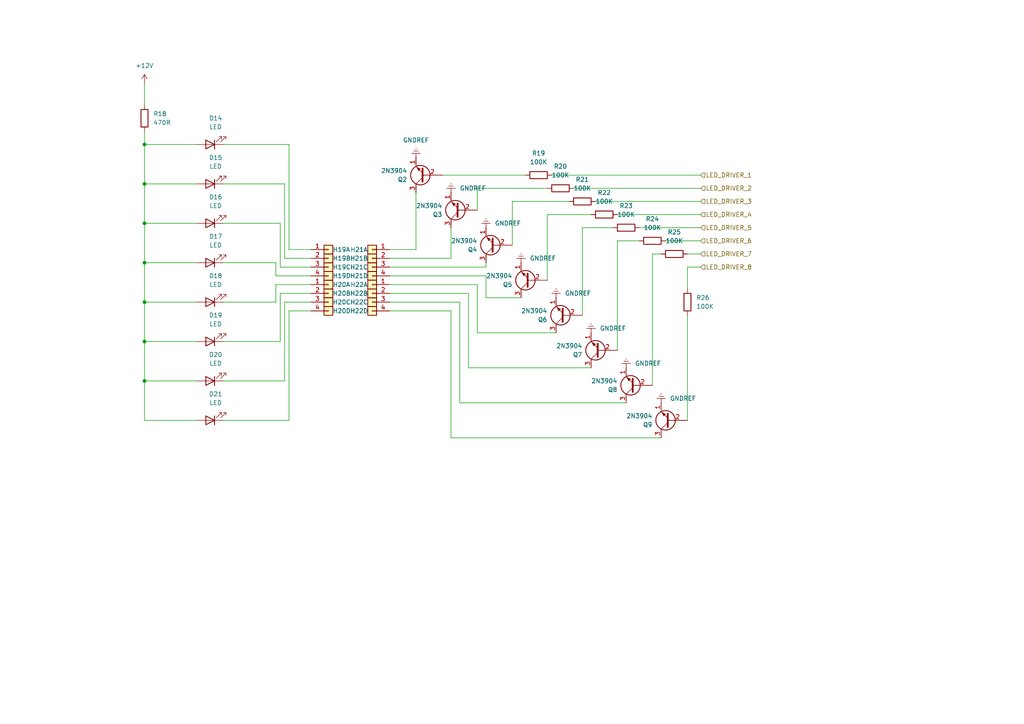
<source format=kicad_sch>
(kicad_sch (version 20231120) (generator "eeschema") (generator_version "8.0")
  (paper "A4")
  (lib_symbols
    (symbol "Device:LED" (pin_numbers hide) (pin_names (offset 1.016) hide)
      (property "Reference" "D" (at 0 2.54 0))
      (property "Value" "LED" (at 0 -2.54 0))
      (symbol "LED_0_1"
        (polyline (pts (xy -1.27 -1.27) (xy -1.27 1.27)) (stroke (width 0.254)))
        (polyline (pts (xy -1.27 0) (xy 1.27 0)))
        (polyline (pts (xy 1.27 -1.27) (xy 1.27 1.27) (xy -1.27 0) (xy 1.27 -1.27)) (stroke (width 0.254)))
        (polyline (pts (xy -3.048 -0.762) (xy -4.572 -2.286) (xy -3.81 -2.286) (xy -4.572 -2.286) (xy -4.572 -1.524)))
        (polyline (pts (xy -1.778 -0.762) (xy -3.302 -2.286) (xy -2.54 -2.286) (xy -3.302 -2.286) (xy -3.302 -1.524)))
      )
      (symbol "LED_1_1"
        (pin passive line (at -3.81 0 0) (length 2.54) (name "K") (number "1"))
        (pin passive line (at 3.81 0 180) (length 2.54) (name "A") (number "2"))
      )
    )
    (symbol "Transistor_BJT:2N3904" (pin_names (offset 0) hide)
      (property "Reference" "Q" (at 5.08 1.905 0))
      (property "Value" "2N3904" (at 5.08 0 0))
      (symbol "2N3904_0_1"
        (polyline (pts (xy 0.635 0.635) (xy 2.54 2.54)))
        (polyline (pts (xy 0.635 -0.635) (xy 2.54 -2.54) (xy 2.54 -2.54)))
        (polyline (pts (xy 0.635 1.905) (xy 0.635 -1.905) (xy 0.635 -1.905)) (stroke (width 0.508)))
        (polyline (pts (xy 1.27 -1.778) (xy 1.778 -1.27) (xy 2.286 -2.286) (xy 1.27 -1.778) (xy 1.27 -1.778)) (fill (type outline)))
        (circle (center 1.27 0) (radius 2.8194) (stroke (width 0.254)))
      )
      (symbol "2N3904_1_1"
        (pin passive line (at 2.54 -5.08 90) (length 2.54) (name "E") (number "1"))
        (pin passive line (at -5.08 0 0) (length 5.715) (name "B") (number "2"))
        (pin passive line (at 2.54 5.08 270) (length 2.54) (name "C") (number "3"))
      )
    )
    (symbol "power:+12V" (power) (pin_numbers hide) (pin_names (offset 0) hide)
      (property "Value" "+12V" (at 0 3.556 0))
      (symbol "+12V_0_1"
        (polyline (pts (xy -0.762 1.27) (xy 0 2.54)))
        (polyline (pts (xy 0 0) (xy 0 2.54)))
        (polyline (pts (xy 0 2.54) (xy 0.762 1.27)))
      )
      (symbol "+12V_1_1"
        (pin power_in line (at 0 0 90) (length 0) (name "~") (number "1"))
      )
    )
    (symbol "power:GNDREF" (power) (pin_numbers hide) (pin_names (offset 0) hide)
      (property "Value" "GNDREF" (at 0 -3.81 0))
      (symbol "GNDREF_0_1"
        (polyline (pts (xy -0.635 -1.905) (xy 0.635 -1.905)))
        (polyline (pts (xy -0.127 -2.54) (xy 0.127 -2.54)))
        (polyline (pts (xy 0 -1.27) (xy 0 0)))
        (polyline (pts (xy 1.27 -1.27) (xy -1.27 -1.27)))
      )
      (symbol "GNDREF_1_1"
        (pin power_in line (at 0 0 270) (length 0) (name "~") (number "1"))
      )
    )
    (symbol "synth:PinHeader_01x04" (pin_names (offset 1.016) hide)
      (property "Reference" "H" (at 0 2.54 0))
      (property "Value" "PinHeader_01x04" (at 0 -2.54 0))
      (symbol "PinHeader_01x04_1_1"
        (rectangle (start -1.27 0.127) (end 0 -0.127) (stroke (width 0.1524)))
        (rectangle (start -1.27 1.27) (end 1.27 -1.27) (stroke (width 0.254)) (fill (type background)))
        (pin passive line (at -5.08 0 0) (length 3.81) (name "Pin_1") (number "1"))
      )
      (symbol "PinHeader_01x04_2_1"
        (rectangle (start -1.27 0.127) (end 0 -0.127) (stroke (width 0.1524)))
        (rectangle (start -1.27 1.27) (end 1.27 -1.27) (stroke (width 0.254)) (fill (type background)))
        (pin passive line (at -5.08 0 0) (length 3.81) (name "Pin_2") (number "2"))
      )
      (symbol "PinHeader_01x04_3_1"
        (rectangle (start -1.27 0.127) (end 0 -0.127) (stroke (width 0.1524)))
        (rectangle (start -1.27 1.27) (end 1.27 -1.27) (stroke (width 0.254)) (fill (type background)))
        (pin passive line (at -5.08 0 0) (length 3.81) (name "Pin_3") (number "3"))
      )
      (symbol "PinHeader_01x04_4_1"
        (rectangle (start -1.27 0.127) (end 0 -0.127) (stroke (width 0.1524)))
        (rectangle (start -1.27 1.27) (end 1.27 -1.27) (stroke (width 0.254)) (fill (type background)))
        (pin passive line (at -5.08 0 0) (length 3.81) (name "Pin_4") (number "4"))
      )
    )
    (symbol "synth:PinSocket_01x04" (pin_names (offset 1.016) hide)
      (property "Reference" "H" (at 0 2.54 0))
      (property "Value" "PinSocket_01x04" (at 0 -2.54 0))
      (symbol "PinSocket_01x04_1_1"
        (rectangle (start -1.27 0.127) (end 0 -0.127) (stroke (width 0.1524)))
        (rectangle (start -1.27 1.27) (end 1.27 -1.27) (stroke (width 0.254)) (fill (type background)))
        (pin passive line (at -5.08 0 0) (length 3.81) (name "Pin_1") (number "1"))
      )
      (symbol "PinSocket_01x04_2_1"
        (rectangle (start -1.27 0.127) (end 0 -0.127) (stroke (width 0.1524)))
        (rectangle (start -1.27 1.27) (end 1.27 -1.27) (stroke (width 0.254)) (fill (type background)))
        (pin passive line (at -5.08 0 0) (length 3.81) (name "Pin_2") (number "2"))
      )
      (symbol "PinSocket_01x04_3_1"
        (rectangle (start -1.27 0.127) (end 0 -0.127) (stroke (width 0.1524)))
        (rectangle (start -1.27 1.27) (end 1.27 -1.27) (stroke (width 0.254)) (fill (type background)))
        (pin passive line (at -5.08 0 0) (length 3.81) (name "Pin_3") (number "3"))
      )
      (symbol "PinSocket_01x04_4_1"
        (rectangle (start -1.27 0.127) (end 0 -0.127) (stroke (width 0.1524)))
        (rectangle (start -1.27 1.27) (end 1.27 -1.27) (stroke (width 0.254)) (fill (type background)))
        (pin passive line (at -5.08 0 0) (length 3.81) (name "Pin_4") (number "4"))
      )
    )
    (symbol "synth:R_Default" (pin_numbers hide) (pin_names (offset 0))
      (property "Reference" "R" (at -2.032 0 90))
      (property "Value" "R1" (at 2.032 0 90))
      (symbol "R_Default_0_1"
        (rectangle (start 1.016 -2.54) (end -1.016 2.54) (stroke (width 0.254)))
      )
      (symbol "R_Default_1_1"
        (pin passive line (at 0 -3.81 90) (length 1.27) (name "~") (number "1"))
        (pin passive line (at 0 3.81 270) (length 1.27) (name "~") (number "2"))
      )
    )
  )
  (junction (at 41.91 53.34))
  (junction (at 41.91 87.63))
  (junction (at 41.91 64.77))
  (junction (at 41.91 41.91))
  (junction (at 41.91 110.49))
  (junction (at 41.91 99.06))
  (junction (at 41.91 76.2))
  (wire (pts (xy 41.91 76.2) (xy 57.15 76.2)))
  (wire (pts (xy 83.82 90.17) (xy 83.82 121.92)))
  (wire (pts (xy 113.03 85.09) (xy 135.89 85.09)))
  (wire (pts (xy 80.01 80.01) (xy 80.01 76.2)))
  (wire (pts (xy 41.91 76.2) (xy 41.91 87.63)))
  (wire (pts (xy 199.39 77.47) (xy 203.2 77.47)))
  (wire (pts (xy 133.35 116.84) (xy 133.35 87.63)))
  (wire (pts (xy 80.01 80.01) (xy 90.17 80.01)))
  (wire (pts (xy 41.91 121.92) (xy 57.15 121.92)))
  (wire (pts (xy 81.28 77.47) (xy 81.28 64.77)))
  (wire (pts (xy 191.77 127) (xy 130.81 127)))
  (wire (pts (xy 113.03 82.55) (xy 138.43 82.55)))
  (wire (pts (xy 199.39 121.92) (xy 199.39 91.44)))
  (wire (pts (xy 41.91 53.34) (xy 57.15 53.34)))
  (wire (pts (xy 82.55 87.63) (xy 90.17 87.63)))
  (wire (pts (xy 158.75 81.28) (xy 158.75 62.23)))
  (wire (pts (xy 113.03 72.39) (xy 120.65 72.39)))
  (wire (pts (xy 113.03 74.93) (xy 130.81 74.93)))
  (wire (pts (xy 64.77 76.2) (xy 80.01 76.2)))
  (wire (pts (xy 130.81 66.04) (xy 130.81 74.93)))
  (wire (pts (xy 82.55 74.93) (xy 82.55 53.34)))
  (wire (pts (xy 172.72 58.42) (xy 203.2 58.42)))
  (wire (pts (xy 148.59 58.42) (xy 165.1 58.42)))
  (wire (pts (xy 193.04 69.85) (xy 203.2 69.85)))
  (wire (pts (xy 168.91 91.44) (xy 168.91 66.04)))
  (wire (pts (xy 64.77 110.49) (xy 82.55 110.49)))
  (wire (pts (xy 81.28 85.09) (xy 81.28 99.06)))
  (wire (pts (xy 41.91 121.92) (xy 41.91 110.49)))
  (wire (pts (xy 161.29 96.52) (xy 138.43 96.52)))
  (wire (pts (xy 199.39 83.82) (xy 199.39 77.47)))
  (wire (pts (xy 81.28 64.77) (xy 64.77 64.77)))
  (wire (pts (xy 179.07 69.85) (xy 185.42 69.85)))
  (wire (pts (xy 41.91 87.63) (xy 41.91 99.06)))
  (wire (pts (xy 189.23 73.66) (xy 191.77 73.66)))
  (wire (pts (xy 140.97 86.36) (xy 140.97 80.01)))
  (wire (pts (xy 189.23 111.76) (xy 189.23 73.66)))
  (wire (pts (xy 83.82 90.17) (xy 90.17 90.17)))
  (wire (pts (xy 41.91 87.63) (xy 57.15 87.63)))
  (wire (pts (xy 82.55 87.63) (xy 82.55 110.49)))
  (wire (pts (xy 160.02 50.8) (xy 203.2 50.8)))
  (wire (pts (xy 179.07 62.23) (xy 203.2 62.23)))
  (wire (pts (xy 41.91 53.34) (xy 41.91 41.91)))
  (wire (pts (xy 41.91 24.13) (xy 41.91 30.48)))
  (wire (pts (xy 179.07 101.6) (xy 179.07 69.85)))
  (wire (pts (xy 138.43 54.61) (xy 158.75 54.61)))
  (wire (pts (xy 130.81 127) (xy 130.81 90.17)))
  (wire (pts (xy 64.77 41.91) (xy 83.82 41.91)))
  (wire (pts (xy 83.82 41.91) (xy 83.82 72.39)))
  (wire (pts (xy 41.91 38.1) (xy 41.91 41.91)))
  (wire (pts (xy 41.91 76.2) (xy 41.91 64.77)))
  (wire (pts (xy 82.55 53.34) (xy 64.77 53.34)))
  (wire (pts (xy 168.91 66.04) (xy 177.8 66.04)))
  (wire (pts (xy 138.43 96.52) (xy 138.43 82.55)))
  (wire (pts (xy 80.01 82.55) (xy 90.17 82.55)))
  (wire (pts (xy 80.01 87.63) (xy 64.77 87.63)))
  (wire (pts (xy 41.91 64.77) (xy 57.15 64.77)))
  (wire (pts (xy 128.27 50.8) (xy 152.4 50.8)))
  (wire (pts (xy 113.03 87.63) (xy 133.35 87.63)))
  (wire (pts (xy 140.97 76.2) (xy 140.97 77.47)))
  (wire (pts (xy 113.03 80.01) (xy 140.97 80.01)))
  (wire (pts (xy 135.89 106.68) (xy 135.89 85.09)))
  (wire (pts (xy 81.28 99.06) (xy 64.77 99.06)))
  (wire (pts (xy 185.42 66.04) (xy 203.2 66.04)))
  (wire (pts (xy 41.91 110.49) (xy 57.15 110.49)))
  (wire (pts (xy 41.91 99.06) (xy 57.15 99.06)))
  (wire (pts (xy 82.55 74.93) (xy 90.17 74.93)))
  (wire (pts (xy 166.37 54.61) (xy 203.2 54.61)))
  (wire (pts (xy 113.03 77.47) (xy 140.97 77.47)))
  (wire (pts (xy 113.03 90.17) (xy 130.81 90.17)))
  (wire (pts (xy 151.13 86.36) (xy 140.97 86.36)))
  (wire (pts (xy 199.39 73.66) (xy 203.2 73.66)))
  (wire (pts (xy 138.43 60.96) (xy 138.43 54.61)))
  (wire (pts (xy 171.45 106.68) (xy 135.89 106.68)))
  (wire (pts (xy 41.91 110.49) (xy 41.91 99.06)))
  (wire (pts (xy 83.82 72.39) (xy 90.17 72.39)))
  (wire (pts (xy 158.75 62.23) (xy 171.45 62.23)))
  (wire (pts (xy 81.28 85.09) (xy 90.17 85.09)))
  (wire (pts (xy 80.01 82.55) (xy 80.01 87.63)))
  (wire (pts (xy 83.82 121.92) (xy 64.77 121.92)))
  (wire (pts (xy 181.61 116.84) (xy 133.35 116.84)))
  (wire (pts (xy 41.91 41.91) (xy 57.15 41.91)))
  (wire (pts (xy 41.91 53.34) (xy 41.91 64.77)))
  (wire (pts (xy 148.59 71.12) (xy 148.59 58.42)))
  (wire (pts (xy 120.65 55.88) (xy 120.65 72.39)))
  (wire (pts (xy 81.28 77.47) (xy 90.17 77.47)))
  (hierarchical_label "LED_DRIVER_5" (shape input) (at 203.2 66.04 0))
  (hierarchical_label "LED_DRIVER_7" (shape input) (at 203.2 73.66 0))
  (hierarchical_label "LED_DRIVER_3" (shape input) (at 203.2 58.42 0))
  (hierarchical_label "LED_DRIVER_1" (shape input) (at 203.2 50.8 0))
  (hierarchical_label "LED_DRIVER_6" (shape input) (at 203.2 69.85 0))
  (hierarchical_label "LED_DRIVER_8" (shape input) (at 203.2 77.47 0))
  (hierarchical_label "LED_DRIVER_2" (shape input) (at 203.2 54.61 0))
  (hierarchical_label "LED_DRIVER_4" (shape input) (at 203.2 62.23 0))
  (symbol (lib_id "synth:R_Default") (at 189.23 69.85 270) (unit 1)
    (property "Reference" "R24" (at 189.23 63.5 90))
    (property "Value" "100K" (at 189.23 66.04 90))
    (property "Footprint" "Synth:R_Default (DIN0207)" (effects (hide yes)))
    (property "Description" "Resistor" (effects (hide yes)))
  )
  (symbol (lib_id "synth:PinSocket_01x04") (at 107.95 77.47 180) (unit 3)
    (property "Reference" "H21" (at 104.14 77.47 0))
    (property "Value" "PinSocket_1x04" (effects (hide yes)))
    (property "Footprint" "Synth:PinSocket_1x04_P2.54mm_Vertical" (effects (hide yes)))
    (property "Description" "Generic connector, single row, 01x01, script generated (kicad-library-utils/schlib/autogen/connector/)" (effects (hide yes)))
  )
  (symbol (lib_id "power:GNDREF") (at 161.29 86.36 180) (unit 1)
    (property "Reference" "#PWR038" (effects (hide yes)))
    (property "Value" "GNDREF" (at 163.83 85.09 0) (effects (justify right)))
    (property "Description" "Power symbol creates a global label with name \"GNDREF\" , reference supply ground" (effects (hide yes)))
  )
  (symbol (lib_id "power:GNDREF") (at 181.61 106.68 180) (unit 1)
    (property "Reference" "#PWR040" (effects (hide yes)))
    (property "Value" "GNDREF" (at 184.15 105.41 0) (effects (justify right)))
    (property "Description" "Power symbol creates a global label with name \"GNDREF\" , reference supply ground" (effects (hide yes)))
  )
  (symbol (lib_id "synth:PinSocket_01x04") (at 107.95 85.09 180) (unit 2)
    (property "Reference" "H22" (at 104.14 85.09 0))
    (property "Value" "PinSocket_1x04" (effects (hide yes)))
    (property "Footprint" "Synth:PinSocket_1x04_P2.54mm_Vertical" (effects (hide yes)))
    (property "Description" "Generic connector, single row, 01x01, script generated (kicad-library-utils/schlib/autogen/connector/)" (effects (hide yes)))
  )
  (symbol (lib_id "synth:R_Default") (at 195.58 73.66 270) (unit 1)
    (property "Reference" "R25" (at 195.58 67.31 90))
    (property "Value" "100K" (at 195.58 69.85 90))
    (property "Footprint" "Synth:R_Default (DIN0207)" (effects (hide yes)))
    (property "Description" "Resistor" (effects (hide yes)))
  )
  (symbol (lib_id "Transistor_BJT:2N3904") (at 184.15 111.76 180) (unit 1)
    (property "Reference" "Q8" (at 179.07 113.03 0) (effects (justify left)))
    (property "Value" "2N3904" (at 179.07 110.49 0) (effects (justify left)))
    (property "Footprint" "Package_TO_SOT_THT:TO-92_HandSolder" (effects (hide yes)))
    (property "Datasheet" "https://www.onsemi.com/pub/Collateral/2N3903-D.PDF" (effects (hide yes)))
    (property "Description" "0.2A Ic, 40V Vce, Small Signal NPN Transistor, TO-92" (effects (hide yes)))
  )
  (symbol (lib_id "synth:PinSocket_01x04") (at 107.95 82.55 180) (unit 1)
    (property "Reference" "H22" (at 104.14 82.55 0))
    (property "Value" "PinSocket_1x04" (effects (hide yes)))
    (property "Footprint" "Synth:PinSocket_1x04_P2.54mm_Vertical" (effects (hide yes)))
    (property "Description" "Generic connector, single row, 01x01, script generated (kicad-library-utils/schlib/autogen/connector/)" (effects (hide yes)))
  )
  (symbol (lib_id "synth:R_Default") (at 199.39 87.63 0) (unit 1)
    (property "Reference" "R26" (at 201.93 86.3599 0) (effects (justify left)))
    (property "Value" "100K" (at 201.93 88.8999 0) (effects (justify left)))
    (property "Footprint" "Synth:R_Default (DIN0207)" (effects (hide yes)))
    (property "Description" "Resistor" (effects (hide yes)))
  )
  (symbol (lib_id "power:+12V") (at 41.91 24.13 0) (unit 1)
    (property "Reference" "#PWR033" (effects (hide yes)))
    (property "Value" "+12V" (at 41.91 19.05 0))
    (property "Description" "Power symbol creates a global label with name \"+12V\"" (effects (hide yes)))
  )
  (symbol (lib_id "synth:R_Default") (at 41.91 34.29 0) (unit 1)
    (property "Reference" "R18" (at 44.45 33.0199 0) (effects (justify left)))
    (property "Value" "470R" (at 44.45 35.5599 0) (effects (justify left)))
    (property "Footprint" "Synth:R_Default (DIN0207)" (effects (hide yes)))
    (property "Description" "Resistor" (effects (hide yes)))
  )
  (symbol (lib_id "synth:PinHeader_01x04") (at 95.25 85.09 0) (unit 2)
    (property "Reference" "H20" (at 96.52 85.09 0) (effects (justify left)))
    (property "Value" "PinHeader_1x04" (effects (hide yes)))
    (property "Footprint" "Synth:PinHeader_1x04_P2.54mm_Vertical" (effects (hide yes)))
    (property "Description" "Generic connector, single row, 01x01, script generated (kicad-library-utils/schlib/autogen/connector/)" (effects (hide yes)))
  )
  (symbol (lib_id "Device:LED") (at 60.96 76.2 180) (unit 1)
    (property "Reference" "D17" (at 62.5475 68.58 0))
    (property "Value" "LED" (at 62.5475 71.12 0))
    (property "Footprint" "LED_THT:LED_D3.0mm" (effects (hide yes)))
    (property "Description" "Light emitting diode" (effects (hide yes)))
  )
  (symbol (lib_id "Transistor_BJT:2N3904") (at 123.19 50.8 180) (unit 1)
    (property "Reference" "Q2" (at 118.11 52.07 0) (effects (justify left)))
    (property "Value" "2N3904" (at 118.11 49.53 0) (effects (justify left)))
    (property "Footprint" "Package_TO_SOT_THT:TO-92_HandSolder" (effects (hide yes)))
    (property "Datasheet" "https://www.onsemi.com/pub/Collateral/2N3903-D.PDF" (effects (hide yes)))
    (property "Description" "0.2A Ic, 40V Vce, Small Signal NPN Transistor, TO-92" (effects (hide yes)))
  )
  (symbol (lib_id "Device:LED") (at 60.96 41.91 180) (unit 1)
    (property "Reference" "D14" (at 62.5475 34.29 0))
    (property "Value" "LED" (at 62.5475 36.83 0))
    (property "Footprint" "LED_THT:LED_D3.0mm" (effects (hide yes)))
    (property "Description" "Light emitting diode" (effects (hide yes)))
  )
  (symbol (lib_id "Transistor_BJT:2N3904") (at 163.83 91.44 180) (unit 1)
    (property "Reference" "Q6" (at 158.75 92.71 0) (effects (justify left)))
    (property "Value" "2N3904" (at 158.75 90.17 0) (effects (justify left)))
    (property "Footprint" "Package_TO_SOT_THT:TO-92_HandSolder" (effects (hide yes)))
    (property "Datasheet" "https://www.onsemi.com/pub/Collateral/2N3903-D.PDF" (effects (hide yes)))
    (property "Description" "0.2A Ic, 40V Vce, Small Signal NPN Transistor, TO-92" (effects (hide yes)))
  )
  (symbol (lib_id "synth:PinHeader_01x04") (at 95.25 82.55 0) (unit 1)
    (property "Reference" "H20" (at 96.52 82.55 0) (effects (justify left)))
    (property "Value" "PinHeader_1x04" (effects (hide yes)))
    (property "Footprint" "Synth:PinHeader_1x04_P2.54mm_Vertical" (effects (hide yes)))
    (property "Description" "Generic connector, single row, 01x01, script generated (kicad-library-utils/schlib/autogen/connector/)" (effects (hide yes)))
  )
  (symbol (lib_id "synth:R_Default") (at 162.56 54.61 270) (unit 1)
    (property "Reference" "R20" (at 162.56 48.26 90))
    (property "Value" "100K" (at 162.56 50.8 90))
    (property "Footprint" "Synth:R_Default (DIN0207)" (effects (hide yes)))
    (property "Description" "Resistor" (effects (hide yes)))
  )
  (symbol (lib_id "Device:LED") (at 60.96 87.63 180) (unit 1)
    (property "Reference" "D18" (at 62.5475 80.01 0))
    (property "Value" "LED" (at 62.5475 82.55 0))
    (property "Footprint" "LED_THT:LED_D3.0mm" (effects (hide yes)))
    (property "Description" "Light emitting diode" (effects (hide yes)))
  )
  (symbol (lib_id "synth:PinHeader_01x04") (at 95.25 74.93 0) (unit 2)
    (property "Reference" "H19" (at 96.52 74.93 0) (effects (justify left)))
    (property "Value" "PinHeader_1x04" (effects (hide yes)))
    (property "Footprint" "Synth:PinHeader_1x04_P2.54mm_Vertical" (effects (hide yes)))
    (property "Description" "Generic connector, single row, 01x01, script generated (kicad-library-utils/schlib/autogen/connector/)" (effects (hide yes)))
  )
  (symbol (lib_id "synth:PinHeader_01x04") (at 95.25 72.39 0) (unit 1)
    (property "Reference" "H19" (at 96.52 72.39 0) (effects (justify left)))
    (property "Value" "PinHeader_1x04" (effects (hide yes)))
    (property "Footprint" "Synth:PinHeader_1x04_P2.54mm_Vertical" (effects (hide yes)))
    (property "Description" "Generic connector, single row, 01x01, script generated (kicad-library-utils/schlib/autogen/connector/)" (effects (hide yes)))
  )
  (symbol (lib_id "synth:PinSocket_01x04") (at 107.95 74.93 180) (unit 2)
    (property "Reference" "H21" (at 104.14 74.93 0))
    (property "Value" "PinSocket_1x04" (effects (hide yes)))
    (property "Footprint" "Synth:PinSocket_1x04_P2.54mm_Vertical" (effects (hide yes)))
    (property "Description" "Generic connector, single row, 01x01, script generated (kicad-library-utils/schlib/autogen/connector/)" (effects (hide yes)))
  )
  (symbol (lib_id "Transistor_BJT:2N3904") (at 194.31 121.92 180) (unit 1)
    (property "Reference" "Q9" (at 189.23 123.19 0) (effects (justify left)))
    (property "Value" "2N3904" (at 189.23 120.65 0) (effects (justify left)))
    (property "Footprint" "Package_TO_SOT_THT:TO-92_HandSolder" (effects (hide yes)))
    (property "Datasheet" "https://www.onsemi.com/pub/Collateral/2N3903-D.PDF" (effects (hide yes)))
    (property "Description" "0.2A Ic, 40V Vce, Small Signal NPN Transistor, TO-92" (effects (hide yes)))
  )
  (symbol (lib_id "synth:PinSocket_01x04") (at 107.95 90.17 180) (unit 4)
    (property "Reference" "H22" (at 104.14 90.17 0))
    (property "Value" "PinSocket_1x04" (effects (hide yes)))
    (property "Footprint" "Synth:PinSocket_1x04_P2.54mm_Vertical" (effects (hide yes)))
    (property "Description" "Generic connector, single row, 01x01, script generated (kicad-library-utils/schlib/autogen/connector/)" (effects (hide yes)))
  )
  (symbol (lib_id "synth:PinSocket_01x04") (at 107.95 72.39 180) (unit 1)
    (property "Reference" "H21" (at 104.14 72.39 0))
    (property "Value" "PinSocket_1x04" (effects (hide yes)))
    (property "Footprint" "Synth:PinSocket_1x04_P2.54mm_Vertical" (effects (hide yes)))
    (property "Description" "Generic connector, single row, 01x01, script generated (kicad-library-utils/schlib/autogen/connector/)" (effects (hide yes)))
  )
  (symbol (lib_id "synth:R_Default") (at 156.21 50.8 270) (unit 1)
    (property "Reference" "R19" (at 156.21 44.45 90))
    (property "Value" "100K" (at 156.21 46.99 90))
    (property "Footprint" "Synth:R_Default (DIN0207)" (effects (hide yes)))
    (property "Description" "Resistor" (effects (hide yes)))
  )
  (symbol (lib_id "power:GNDREF") (at 140.97 66.04 180) (unit 1)
    (property "Reference" "#PWR036" (effects (hide yes)))
    (property "Value" "GNDREF" (at 143.51 64.77 0) (effects (justify right)))
    (property "Description" "Power symbol creates a global label with name \"GNDREF\" , reference supply ground" (effects (hide yes)))
  )
  (symbol (lib_id "power:GNDREF") (at 171.45 96.52 180) (unit 1)
    (property "Reference" "#PWR039" (effects (hide yes)))
    (property "Value" "GNDREF" (at 173.99 95.25 0) (effects (justify right)))
    (property "Description" "Power symbol creates a global label with name \"GNDREF\" , reference supply ground" (effects (hide yes)))
  )
  (symbol (lib_id "synth:R_Default") (at 168.91 58.42 270) (unit 1)
    (property "Reference" "R21" (at 168.91 52.07 90))
    (property "Value" "100K" (at 168.91 54.61 90))
    (property "Footprint" "Synth:R_Default (DIN0207)" (effects (hide yes)))
    (property "Description" "Resistor" (effects (hide yes)))
  )
  (symbol (lib_id "power:GNDREF") (at 191.77 116.84 180) (unit 1)
    (property "Reference" "#PWR041" (effects (hide yes)))
    (property "Value" "GNDREF" (at 194.31 115.57 0) (effects (justify right)))
    (property "Description" "Power symbol creates a global label with name \"GNDREF\" , reference supply ground" (effects (hide yes)))
  )
  (symbol (lib_id "Device:LED") (at 60.96 64.77 180) (unit 1)
    (property "Reference" "D16" (at 62.5475 57.15 0))
    (property "Value" "LED" (at 62.5475 59.69 0))
    (property "Footprint" "LED_THT:LED_D3.0mm" (effects (hide yes)))
    (property "Description" "Light emitting diode" (effects (hide yes)))
  )
  (symbol (lib_id "Device:LED") (at 60.96 110.49 180) (unit 1)
    (property "Reference" "D20" (at 62.5475 102.87 0))
    (property "Value" "LED" (at 62.5475 105.41 0))
    (property "Footprint" "LED_THT:LED_D3.0mm" (effects (hide yes)))
    (property "Description" "Light emitting diode" (effects (hide yes)))
  )
  (symbol (lib_id "synth:PinHeader_01x04") (at 95.25 87.63 0) (unit 3)
    (property "Reference" "H20" (at 96.52 87.63 0) (effects (justify left)))
    (property "Value" "PinHeader_1x04" (effects (hide yes)))
    (property "Footprint" "Synth:PinHeader_1x04_P2.54mm_Vertical" (effects (hide yes)))
    (property "Description" "Generic connector, single row, 01x01, script generated (kicad-library-utils/schlib/autogen/connector/)" (effects (hide yes)))
  )
  (symbol (lib_id "power:GNDREF") (at 151.13 76.2 180) (unit 1)
    (property "Reference" "#PWR037" (effects (hide yes)))
    (property "Value" "GNDREF" (at 153.67 74.93 0) (effects (justify right)))
    (property "Description" "Power symbol creates a global label with name \"GNDREF\" , reference supply ground" (effects (hide yes)))
  )
  (symbol (lib_id "Device:LED") (at 60.96 53.34 180) (unit 1)
    (property "Reference" "D15" (at 62.5475 45.72 0))
    (property "Value" "LED" (at 62.5475 48.26 0))
    (property "Footprint" "LED_THT:LED_D3.0mm" (effects (hide yes)))
    (property "Description" "Light emitting diode" (effects (hide yes)))
  )
  (symbol (lib_id "synth:PinSocket_01x04") (at 107.95 87.63 180) (unit 3)
    (property "Reference" "H22" (at 104.14 87.63 0))
    (property "Value" "PinSocket_1x04" (effects (hide yes)))
    (property "Footprint" "Synth:PinSocket_1x04_P2.54mm_Vertical" (effects (hide yes)))
    (property "Description" "Generic connector, single row, 01x01, script generated (kicad-library-utils/schlib/autogen/connector/)" (effects (hide yes)))
  )
  (symbol (lib_id "Device:LED") (at 60.96 121.92 180) (unit 1)
    (property "Reference" "D21" (at 62.5475 114.3 0))
    (property "Value" "LED" (at 62.5475 116.84 0))
    (property "Footprint" "LED_THT:LED_D3.0mm" (effects (hide yes)))
    (property "Description" "Light emitting diode" (effects (hide yes)))
  )
  (symbol (lib_id "Device:LED") (at 60.96 99.06 180) (unit 1)
    (property "Reference" "D19" (at 62.5475 91.44 0))
    (property "Value" "LED" (at 62.5475 93.98 0))
    (property "Footprint" "LED_THT:LED_D3.0mm" (effects (hide yes)))
    (property "Description" "Light emitting diode" (effects (hide yes)))
  )
  (symbol (lib_id "Transistor_BJT:2N3904") (at 153.67 81.28 180) (unit 1)
    (property "Reference" "Q5" (at 148.59 82.55 0) (effects (justify left)))
    (property "Value" "2N3904" (at 148.59 80.01 0) (effects (justify left)))
    (property "Footprint" "Package_TO_SOT_THT:TO-92_HandSolder" (effects (hide yes)))
    (property "Datasheet" "https://www.onsemi.com/pub/Collateral/2N3903-D.PDF" (effects (hide yes)))
    (property "Description" "0.2A Ic, 40V Vce, Small Signal NPN Transistor, TO-92" (effects (hide yes)))
  )
  (symbol (lib_id "power:GNDREF") (at 130.81 55.88 180) (unit 1)
    (property "Reference" "#PWR035" (effects (hide yes)))
    (property "Value" "GNDREF" (at 133.35 54.61 0) (effects (justify right)))
    (property "Description" "Power symbol creates a global label with name \"GNDREF\" , reference supply ground" (effects (hide yes)))
  )
  (symbol (lib_id "Transistor_BJT:2N3904") (at 173.99 101.6 180) (unit 1)
    (property "Reference" "Q7" (at 168.91 102.87 0) (effects (justify left)))
    (property "Value" "2N3904" (at 168.91 100.33 0) (effects (justify left)))
    (property "Footprint" "Package_TO_SOT_THT:TO-92_HandSolder" (effects (hide yes)))
    (property "Datasheet" "https://www.onsemi.com/pub/Collateral/2N3903-D.PDF" (effects (hide yes)))
    (property "Description" "0.2A Ic, 40V Vce, Small Signal NPN Transistor, TO-92" (effects (hide yes)))
  )
  (symbol (lib_id "synth:R_Default") (at 181.61 66.04 270) (unit 1)
    (property "Reference" "R23" (at 181.61 59.69 90))
    (property "Value" "100K" (at 181.61 62.23 90))
    (property "Footprint" "Synth:R_Default (DIN0207)" (effects (hide yes)))
    (property "Description" "Resistor" (effects (hide yes)))
  )
  (symbol (lib_id "synth:PinHeader_01x04") (at 95.25 80.01 0) (unit 4)
    (property "Reference" "H19" (at 96.52 80.01 0) (effects (justify left)))
    (property "Value" "PinHeader_1x04" (effects (hide yes)))
    (property "Footprint" "Synth:PinHeader_1x04_P2.54mm_Vertical" (effects (hide yes)))
    (property "Description" "Generic connector, single row, 01x01, script generated (kicad-library-utils/schlib/autogen/connector/)" (effects (hide yes)))
  )
  (symbol (lib_id "synth:PinHeader_01x04") (at 95.25 90.17 0) (unit 4)
    (property "Reference" "H20" (at 96.52 90.17 0) (effects (justify left)))
    (property "Value" "PinHeader_1x04" (effects (hide yes)))
    (property "Footprint" "Synth:PinHeader_1x04_P2.54mm_Vertical" (effects (hide yes)))
    (property "Description" "Generic connector, single row, 01x01, script generated (kicad-library-utils/schlib/autogen/connector/)" (effects (hide yes)))
  )
  (symbol (lib_id "synth:R_Default") (at 175.26 62.23 270) (unit 1)
    (property "Reference" "R22" (at 175.26 55.88 90))
    (property "Value" "100K" (at 175.26 58.42 90))
    (property "Footprint" "Synth:R_Default (DIN0207)" (effects (hide yes)))
    (property "Description" "Resistor" (effects (hide yes)))
  )
  (symbol (lib_id "power:GNDREF") (at 120.65 45.72 180) (unit 1)
    (property "Reference" "#PWR034" (effects (hide yes)))
    (property "Value" "GNDREF" (at 120.65 40.64 0))
    (property "Description" "Power symbol creates a global label with name \"GNDREF\" , reference supply ground" (effects (hide yes)))
  )
  (symbol (lib_id "synth:PinSocket_01x04") (at 107.95 80.01 180) (unit 4)
    (property "Reference" "H21" (at 104.14 80.01 0))
    (property "Value" "PinSocket_1x04" (effects (hide yes)))
    (property "Footprint" "Synth:PinSocket_1x04_P2.54mm_Vertical" (effects (hide yes)))
    (property "Description" "Generic connector, single row, 01x01, script generated (kicad-library-utils/schlib/autogen/connector/)" (effects (hide yes)))
  )
  (symbol (lib_id "synth:PinHeader_01x04") (at 95.25 77.47 0) (unit 3)
    (property "Reference" "H19" (at 96.52 77.47 0) (effects (justify left)))
    (property "Value" "PinHeader_1x04" (effects (hide yes)))
    (property "Footprint" "Synth:PinHeader_1x04_P2.54mm_Vertical" (effects (hide yes)))
    (property "Description" "Generic connector, single row, 01x01, script generated (kicad-library-utils/schlib/autogen/connector/)" (effects (hide yes)))
  )
  (symbol (lib_id "Transistor_BJT:2N3904") (at 143.51 71.12 180) (unit 1)
    (property "Reference" "Q4" (at 138.43 72.39 0) (effects (justify left)))
    (property "Value" "2N3904" (at 138.43 69.85 0) (effects (justify left)))
    (property "Footprint" "Package_TO_SOT_THT:TO-92_HandSolder" (effects (hide yes)))
    (property "Datasheet" "https://www.onsemi.com/pub/Collateral/2N3903-D.PDF" (effects (hide yes)))
    (property "Description" "0.2A Ic, 40V Vce, Small Signal NPN Transistor, TO-92" (effects (hide yes)))
  )
  (symbol (lib_id "Transistor_BJT:2N3904") (at 133.35 60.96 180) (unit 1)
    (property "Reference" "Q3" (at 128.27 62.23 0) (effects (justify left)))
    (property "Value" "2N3904" (at 128.27 59.69 0) (effects (justify left)))
    (property "Footprint" "Package_TO_SOT_THT:TO-92_HandSolder" (effects (hide yes)))
    (property "Datasheet" "https://www.onsemi.com/pub/Collateral/2N3903-D.PDF" (effects (hide yes)))
    (property "Description" "0.2A Ic, 40V Vce, Small Signal NPN Transistor, TO-92" (effects (hide yes)))
  )
)
</source>
